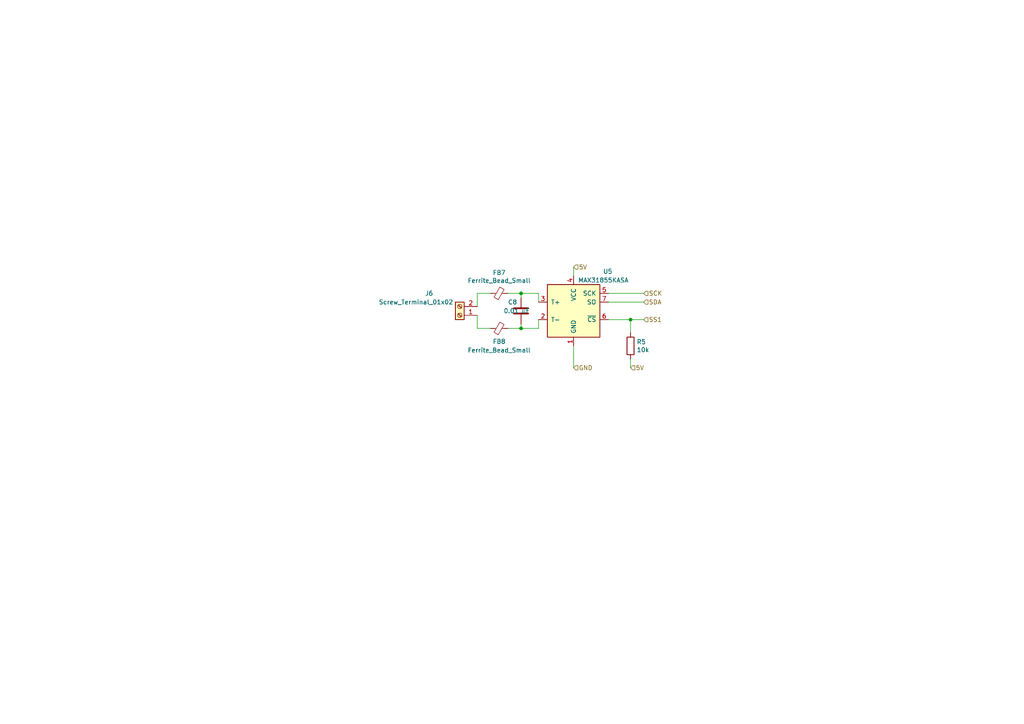
<source format=kicad_sch>
(kicad_sch (version 20250114) (generator "eeschema") (generator_version "9.0")
  (paper "A4")
  (lib_symbols
    (symbol "BREAD_Slice-rescue:Ferrite_Bead_Small-Device" (pin_numbers (hide yes)) (pin_names (offset 0))
      (property "Reference" "FB" (at 1.905 1.27 0))
      (property "Value" "Ferrite_Bead_Small-Device" (at 1.905 -1.27 0))
      (symbol "Ferrite_Bead_Small-Device_0_1"
        (polyline (pts (xy -1.8288 0.2794) (xy -1.1176 1.4986) (xy 1.8288 -0.2032) (xy 1.1176 -1.4224) (xy -1.8288 0.2794)))
        (polyline (pts (xy 0 0.889) (xy 0 1.2954)))
        (polyline (pts (xy 0 -1.27) (xy 0 -0.7874)))
      )
      (symbol "Ferrite_Bead_Small-Device_1_1"
        (pin passive line (at 0 2.54 270) (length 1.27) (name "~") (number "1"))
        (pin passive line (at 0 -2.54 90) (length 1.27) (name "~") (number "2"))
      )
    )
    (symbol "Connector:Screw_Terminal_01x02" (pin_names (offset 1.016) (hide yes))
      (property "Reference" "J" (at 0 2.54 0))
      (property "Value" "Screw_Terminal_01x02" (at 0 -5.08 0))
      (symbol "Screw_Terminal_01x02_1_1"
        (rectangle (start -1.27 1.27) (end 1.27 -3.81) (stroke (width 0.254)) (fill (type background)))
        (polyline (pts (xy -0.5334 0.3302) (xy 0.3302 -0.508)) (stroke (width 0.1524)))
        (polyline (pts (xy -0.5334 -2.2098) (xy 0.3302 -3.048)) (stroke (width 0.1524)))
        (polyline (pts (xy -0.3556 0.508) (xy 0.508 -0.3302)) (stroke (width 0.1524)))
        (polyline (pts (xy -0.3556 -2.032) (xy 0.508 -2.8702)) (stroke (width 0.1524)))
        (circle (center 0 0) (radius 0.635) (stroke (width 0.1524)))
        (circle (center 0 -2.54) (radius 0.635) (stroke (width 0.1524)))
        (pin passive line (at -5.08 0 0) (length 3.81) (name "Pin_1") (number "1"))
        (pin passive line (at -5.08 -2.54 0) (length 3.81) (name "Pin_2") (number "2"))
      )
    )
    (symbol "Device:C" (pin_numbers (hide yes)) (pin_names (offset 0.254))
      (property "Reference" "C" (at 0.635 2.54 0))
      (property "Value" "C" (at 0.635 -2.54 0))
      (symbol "C_0_1"
        (polyline (pts (xy -2.032 0.762) (xy 2.032 0.762)) (stroke (width 0.508)))
        (polyline (pts (xy -2.032 -0.762) (xy 2.032 -0.762)) (stroke (width 0.508)))
      )
      (symbol "C_1_1"
        (pin passive line (at 0 3.81 270) (length 2.794) (name "~") (number "1"))
        (pin passive line (at 0 -3.81 90) (length 2.794) (name "~") (number "2"))
      )
    )
    (symbol "Device:R" (pin_numbers (hide yes)) (pin_names (offset 0))
      (property "Reference" "R" (at 2.032 0 90))
      (property "Value" "R" (at 0 0 90))
      (symbol "R_0_1"
        (rectangle (start -1.016 -2.54) (end 1.016 2.54) (stroke (width 0.254)))
      )
      (symbol "R_1_1"
        (pin passive line (at 0 3.81 270) (length 1.27) (name "~") (number "1"))
        (pin passive line (at 0 -3.81 90) (length 1.27) (name "~") (number "2"))
      )
    )
    (symbol "Sensor_Temperature:MAX31855KASA" (pin_names (offset 1.016))
      (property "Reference" "U" (at -7.62 8.89 0))
      (property "Value" "MAX31855KASA" (at 1.27 8.89 0))
      (symbol "MAX31855KASA_0_1"
        (rectangle (start -7.62 7.62) (end 7.62 -7.62) (stroke (width 0.254)) (fill (type background)))
      )
      (symbol "MAX31855KASA_1_1"
        (pin passive line (at -10.16 2.54 0) (length 2.54) (name "T+") (number "3"))
        (pin passive line (at -10.16 -2.54 0) (length 2.54) (name "T-") (number "2"))
        (pin power_in line (at 0 10.16 270) (length 2.54) (name "VCC") (number "4"))
        (pin power_in line (at 0 -10.16 90) (length 2.54) (name "GND") (number "1"))
        (pin input line (at 10.16 5.08 180) (length 2.54) (name "SCK") (number "5"))
        (pin tri_state line (at 10.16 2.54 180) (length 2.54) (name "SO") (number "7"))
        (pin input line (at 10.16 -2.54 180) (length 2.54) (name "~{CS}") (number "6"))
      )
    )
  )
  (junction (at 151.13 95.25))
  (junction (at 151.13 85.09))
  (junction (at 182.88 92.71))
  (wire (pts (xy 138.43 95.25) (xy 142.24 95.25)))
  (wire (pts (xy 138.43 88.9) (xy 138.43 85.09)))
  (wire (pts (xy 186.69 85.09) (xy 176.53 85.09)))
  (wire (pts (xy 156.21 85.09) (xy 151.13 85.09)))
  (wire (pts (xy 138.43 91.44) (xy 138.43 95.25)))
  (wire (pts (xy 182.88 106.68) (xy 182.88 104.14)))
  (wire (pts (xy 176.53 92.71) (xy 182.88 92.71)))
  (wire (pts (xy 138.43 85.09) (xy 142.24 85.09)))
  (wire (pts (xy 156.21 95.25) (xy 151.13 95.25)))
  (wire (pts (xy 166.37 106.68) (xy 166.37 100.33)))
  (wire (pts (xy 156.21 87.63) (xy 156.21 85.09)))
  (wire (pts (xy 182.88 96.52) (xy 182.88 92.71)))
  (wire (pts (xy 147.32 95.25) (xy 151.13 95.25)))
  (wire (pts (xy 166.37 77.47) (xy 166.37 80.01)))
  (wire (pts (xy 151.13 95.25) (xy 151.13 93.98)))
  (wire (pts (xy 151.13 85.09) (xy 151.13 86.36)))
  (wire (pts (xy 186.69 87.63) (xy 176.53 87.63)))
  (wire (pts (xy 147.32 85.09) (xy 151.13 85.09)))
  (wire (pts (xy 156.21 92.71) (xy 156.21 95.25)))
  (wire (pts (xy 182.88 92.71) (xy 186.69 92.71)))
  (hierarchical_label "SDA" (shape input) (at 186.69 87.63 0))
  (hierarchical_label "SCK" (shape input) (at 186.69 85.09 0))
  (hierarchical_label "5V" (shape input) (at 182.88 106.68 0))
  (hierarchical_label "GND" (shape input) (at 166.37 106.68 0))
  (hierarchical_label "SS1" (shape input) (at 186.69 92.71 0))
  (hierarchical_label "5V" (shape input) (at 166.37 77.47 0))
  (symbol (lib_id "BREAD_Slice-rescue:Ferrite_Bead_Small-Device") (at 144.78 95.25 90) (unit 1)
    (property "Reference" "FB2" (at 144.78 99.06 90))
    (property "Value" "Ferrite_Bead_Small" (at 144.78 101.6 90))
    (property "Footprint" "Resistor_SMD:R_1206_3216Metric_Pad1.30x1.75mm_HandSolder" (effects (hide yes)))
    (instances (project "BREAD_Slice" (path "" (reference "FB8") (unit 1)) (path "" (reference "FB2") (unit 1)) (path "" (reference "FB6") (unit 1)) (path "" (reference "FB4") (unit 1))))
  )
  (symbol (lib_id "Device:R") (at 182.88 100.33 0) (unit 1)
    (property "Reference" "R2" (at 184.658 99.1616 0) (effects (justify left)))
    (property "Value" "10k" (at 184.658 101.473 0) (effects (justify left)))
    (property "Footprint" "Resistor_SMD:R_1206_3216Metric_Pad1.30x1.75mm_HandSolder" (effects (hide yes)))
    (instances (project "BREAD_Slice" (path "" (reference "R5") (unit 1)) (path "" (reference "R2") (unit 1)) (path "" (reference "R4") (unit 1)) (path "" (reference "R3") (unit 1))))
  )
  (symbol (lib_id "Connector:Screw_Terminal_01x02") (at 133.35 91.44 180) (unit 1)
    (property "Reference" "J3" (at 124.46 85.09 0))
    (property "Value" "Screw_Terminal_01x02" (at 120.65 87.63 0))
    (property "Footprint" "TerminalBlock_TE-Connectivity:TerminalBlock_TE_282834-2_1x02_P2.54mm_Horizontal" (effects (hide yes)))
    (instances (project "BREAD_Slice" (path "" (reference "J6") (unit 1)) (path "" (reference "J3") (unit 1)) (path "" (reference "J5") (unit 1)) (path "" (reference "J4") (unit 1))))
  )
  (symbol (lib_id "Device:C") (at 151.13 90.17 0) (unit 1)
    (property "Reference" "C5" (at 147.32 87.63 0) (effects (justify left)))
    (property "Value" "0.01 uF" (at 146.05 90.17 0) (effects (justify left)))
    (property "Footprint" "Capacitor_SMD:C_1206_3216Metric_Pad1.33x1.80mm_HandSolder" (effects (hide yes)))
    (instances (project "BREAD_Slice" (path "" (reference "C8") (unit 1)) (path "" (reference "C5") (unit 1)) (path "" (reference "C7") (unit 1)) (path "" (reference "C6") (unit 1))))
  )
  (symbol (lib_id "BREAD_Slice-rescue:Ferrite_Bead_Small-Device") (at 144.78 85.09 90) (unit 1)
    (property "Reference" "FB1" (at 144.78 79.0702 90))
    (property "Value" "Ferrite_Bead_Small" (at 144.78 81.3816 90))
    (property "Footprint" "Resistor_SMD:R_1206_3216Metric_Pad1.30x1.75mm_HandSolder" (effects (hide yes)))
    (instances (project "BREAD_Slice" (path "" (reference "FB7") (unit 1)) (path "" (reference "FB1") (unit 1)) (path "" (reference "FB5") (unit 1)) (path "" (reference "FB3") (unit 1))))
  )
  (symbol (lib_id "Sensor_Temperature:MAX31855KASA") (at 166.37 90.17 0) (unit 1)
    (property "Reference" "U2" (at 176.276 78.74 0))
    (property "Value" "MAX31855KASA" (at 175.006 81.28 0))
    (property "Footprint" "Package_SO:SOIC-8_3.9x4.9mm_P1.27mm" (effects (hide yes)))
    (property "Datasheet" "http://datasheets.maximintegrated.com/en/ds/MAX31855.pdf" (effects (hide yes)))
    (instances (project "BREAD_Slice" (path "" (reference "U5") (unit 1)) (path "" (reference "U2") (unit 1)) (path "" (reference "U4") (unit 1)) (path "" (reference "U3") (unit 1))))
  )
)
</source>
